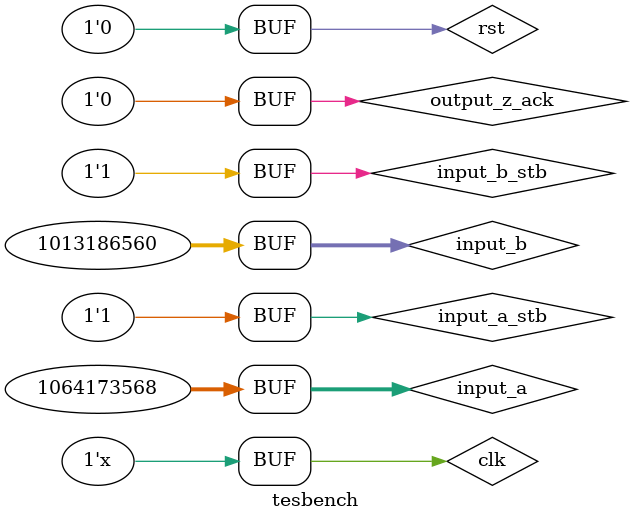
<source format=v>
`timescale 1ns / 1ps


module tesbench;
reg clk, rst;
reg [31:0] input_a;
reg input_a_stb;
reg [31:0] input_b;
reg input_b_stb;
reg output_z_ack;
//reg s_input_a_ack,s_input_b_ack;

wire input_a_ack;
wire input_b_ack;
wire [31:0] output_z;
wire output_z_stb;

floating_divider uut(

.input_a(input_a),
.input_b(input_b),
.input_a_stb(input_a_stb),
.input_b_stb(input_b_stb),
//.s_input_a_ack(s_input_a_ack),
//.s_input_b_ack(s_input_b_ack),
.output_z_ack(output_z_ack),
.clk(clk),
.rst(rst),

.output_z(output_z),
.output_z_stb(output_z_stb),
.input_a_ack(input_a_ack),
.input_b_ack(input_b_ack)
);
always #1 clk=~clk;

initial begin

     clk= 1'b0;
   
    end
initial
begin

rst=1'b1;
input_a_stb=1'b1;
input_b_stb=1'b1;
output_z_ack=1'b0;
//s_input_a_ack=1'b1;
//s_input_b_ack=1'b1;

#5 rst=1'b0;
#2 input_a=32'b00111111011011100000000000000000;

#1 input_b=32'b00111100011001000000000000000000;
//#2 s_input_a_ack=1'b1;

//#5 s_input_b_ack=1'b0;
//#2000 $finish;
end
initial
begin
$monitor("time=",$time,"input_a =%b,input_b=%b,output_z=%b",input_a,input_b,output_z);
end

endmodule
</source>
